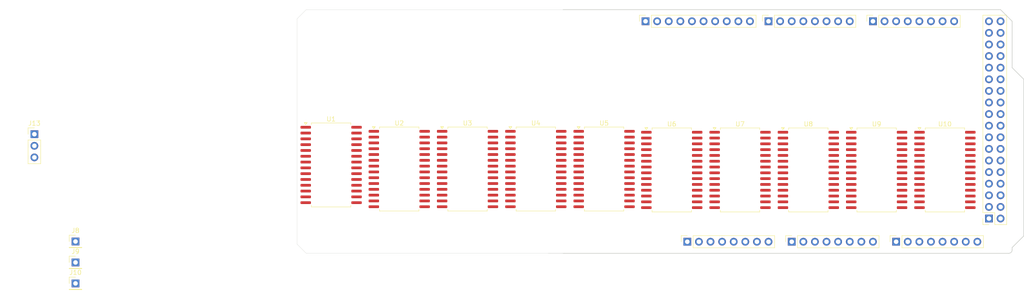
<source format=kicad_pcb>
(kicad_pcb (version 20241229) (generator "pcbnew") (generator_version "9.0")
  (title_block (date "mar. 31 mars 2015"))
  (layers (0 "F.Cu" signal) (2 "B.Cu" signal) (13 "F.Paste" user) (15 "B.Paste" user) (5 "F.SilkS" user "F.Silkscreen") (7 "B.SilkS" user "B.Silkscreen") (1 "F.Mask" user) (3 "B.Mask" user) (25 "Edge.Cuts" user))
  (net 0 "")
  (net 1 "GND")
  (net 2 "/*52")
  (net 3 "/53")
  (net 4 "/50")
  (net 5 "/51")
  (net 6 "/48")
  (net 7 "/49")
  (net 8 "/*46")
  (net 9 "/47")
  (net 10 "/*44")
  (net 11 "/*45")
  (net 12 "/42")
  (net 13 "/43")
  (net 14 "/40")
  (net 15 "/41")
  (net 16 "/38")
  (net 17 "/39")
  (net 18 "/36")
  (net 19 "/37")
  (net 20 "/34")
  (net 21 "/35")
  (net 22 "/32")
  (net 23 "/33")
  (net 24 "/30")
  (net 25 "/31")
  (net 26 "/28")
  (net 27 "/29")
  (net 28 "/26")
  (net 29 "/27")
  (net 30 "/24")
  (net 31 "/25")
  (net 32 "/22")
  (net 33 "/23")
  (net 34 "+5V")
  (net 35 "/IOREF")
  (net 36 "/A0")
  (net 37 "/A1")
  (net 38 "/A2")
  (net 39 "/A3")
  (net 40 "/A4")
  (net 41 "/A5")
  (net 42 "/A6")
  (net 43 "/A7")
  (net 44 "/A8")
  (net 45 "/A9")
  (net 46 "/A10")
  (net 47 "/A11")
  (net 48 "/A12")
  (net 49 "/A13")
  (net 50 "/A14")
  (net 51 "/A15")
  (net 52 "/AREF")
  (net 53 "/*13")
  (net 54 "/*12")
  (net 55 "/*11")
  (net 56 "/*10")
  (net 57 "/*9")
  (net 58 "/*8")
  (net 59 "/*7")
  (net 60 "/*6")
  (net 61 "/*5")
  (net 62 "/*4")
  (net 63 "/*3")
  (net 64 "/*2")
  (net 65 "/TX0{slash}1")
  (net 66 "/RX0{slash}0")
  (net 67 "+3V3")
  (net 68 "/FCW_1")
  (net 69 "/FCW_0")
  (net 70 "/FCW_15")
  (net 71 "/FCW_14")
  (net 72 "/FCW_17")
  (net 73 "/FCW_16")
  (net 74 "/FCW_18")
  (net 75 "/FCW_19")
  (net 76 "VCC")
  (net 77 "/~{RESET}")
  (net 80 "Net-(U1-vld)")
  (net 81 "Net-(U1-outPhase[1])")
  (net 82 "/en")
  (net 83 "Net-(U1-outPhase[0])")
  (net 84 "Net-(U1-outIsNeg)")
  (net 85 "Net-(U2-outIsNeg)")
  (net 86 "Net-(U2-outX[0])")
  (net 87 "Net-(U2-outPhase[1])")
  (net 88 "Net-(U2-outX[1])")
  (net 89 "Net-(U2-outY[1])")
  (net 90 "Net-(U2-vld)")
  (net 91 "Net-(U2-outY[0])")
  (net 92 "Net-(U2-outPhase[0])")
  (net 93 "Net-(U3-outIsNeg)")
  (net 94 "Net-(U3-vld)")
  (net 95 "Net-(U3-outX[1])")
  (net 96 "Net-(U3-outX[0])")
  (net 97 "Net-(U3-outPhase[0])")
  (net 98 "Net-(U3-outY[0])")
  (net 99 "Net-(U3-outY[1])")
  (net 100 "Net-(U3-outPhase[1])")
  (net 101 "Net-(U4-outPhase[0])")
  (net 102 "Net-(U4-outY[0])")
  (net 103 "Net-(U4-outY[1])")
  (net 104 "Net-(U4-outX[0])")
  (net 105 "Net-(U4-outIsNeg)")
  (net 106 "Net-(U4-outPhase[1])")
  (net 107 "Net-(U4-outX[1])")
  (net 108 "Net-(U4-vld)")
  (net 109 "Net-(U5-outPhase[1])")
  (net 110 "Net-(U5-outIsNeg)")
  (net 111 "Net-(U5-outY[0])")
  (net 112 "Net-(U5-vld)")
  (net 113 "Net-(U5-outPhase[0])")
  (net 114 "Net-(U5-outY[1])")
  (net 115 "Net-(U5-outX[1])")
  (net 116 "Net-(U5-outX[0])")
  (net 117 "Net-(U6-outX[1])")
  (net 118 "Net-(U6-outPhase[1])")
  (net 119 "Net-(U6-outPhase[0])")
  (net 120 "Net-(U6-outY[0])")
  (net 121 "Net-(U6-outX[0])")
  (net 122 "Net-(U6-outY[1])")
  (net 123 "Net-(U6-outIsNeg)")
  (net 124 "Net-(U6-vld)")
  (net 125 "Net-(U7-outX[0])")
  (net 126 "Net-(U7-outIsNeg)")
  (net 127 "Net-(U7-outY[1])")
  (net 128 "Net-(U7-outPhase[1])")
  (net 129 "Net-(U7-vld)")
  (net 130 "Net-(U7-outPhase[0])")
  (net 131 "Net-(U7-outY[0])")
  (net 132 "Net-(U7-outX[1])")
  (net 133 "Net-(U8-outPhase[1])")
  (net 134 "Net-(U8-outY[1])")
  (net 135 "Net-(U8-outX[1])")
  (net 136 "Net-(U8-outX[0])")
  (net 137 "Net-(U8-outY[0])")
  (net 138 "Net-(U8-outIsNeg)")
  (net 139 "Net-(U8-vld)")
  (net 140 "Net-(U8-outPhase[0])")
  (net 141 "Net-(U10-inY[1])")
  (net 142 "Net-(U10-inX[1])")
  (net 144 "Net-(U10-inIsNeg)")
  (net 145 "Net-(U10-rdy)")
  (net 146 "Net-(U10-inX[0])")
  (net 147 "Net-(U10-inY[0])")
  (footprint "Connector_PinSocket_2.54mm:PinSocket_2x18_P2.54mm_Vertical" (layer "F.Cu") (at 193.98 92.38 180)
    (property "Reference" "J7" (hide yes))
    (property "Value" "Digital")
    (pad "1" thru_hole rect (at 0 0 180) (size 1.7 1.7) (drill 1) (layers "*.Cu" "*.Mask") (net 1 "GND"))
    (pad "2" thru_hole oval (at -2.54 0 180) (size 1.7 1.7) (drill 1) (layers "*.Cu" "*.Mask") (net 1 "GND"))
    (pad "3" thru_hole oval (at 0 2.54 180) (size 1.7 1.7) (drill 1) (layers "*.Cu" "*.Mask") (net 2 "/*52"))
    (pad "4" thru_hole oval (at -2.54 2.54 180) (size 1.7 1.7) (drill 1) (layers "*.Cu" "*.Mask") (net 3 "/53"))
    (pad "5" thru_hole oval (at 0 5.08 180) (size 1.7 1.7) (drill 1) (layers "*.Cu" "*.Mask") (net 4 "/50"))
    (pad "6" thru_hole oval (at -2.54 5.08 180) (size 1.7 1.7) (drill 1) (layers "*.Cu" "*.Mask") (net 5 "/51"))
    (pad "7" thru_hole oval (at 0 7.62 180) (size 1.7 1.7) (drill 1) (layers "*.Cu" "*.Mask") (net 6 "/48"))
    (pad "8" thru_hole oval (at -2.54 7.62 180) (size 1.7 1.7) (drill 1) (layers "*.Cu" "*.Mask") (net 7 "/49"))
    (pad "9" thru_hole oval (at 0 10.16 180) (size 1.7 1.7) (drill 1) (layers "*.Cu" "*.Mask") (net 8 "/*46"))
    (pad "10" thru_hole oval (at -2.54 10.16 180) (size 1.7 1.7) (drill 1) (layers "*.Cu" "*.Mask") (net 9 "/47"))
    (pad "11" thru_hole oval (at 0 12.7 180) (size 1.7 1.7) (drill 1) (layers "*.Cu" "*.Mask") (net 10 "/*44"))
    (pad "12" thru_hole oval (at -2.54 12.7 180) (size 1.7 1.7) (drill 1) (layers "*.Cu" "*.Mask") (net 11 "/*45"))
    (pad "13" thru_hole oval (at 0 15.24 180) (size 1.7 1.7) (drill 1) (layers "*.Cu" "*.Mask") (net 12 "/42"))
    (pad "14" thru_hole oval (at -2.54 15.24 180) (size 1.7 1.7) (drill 1) (layers "*.Cu" "*.Mask") (net 13 "/43"))
    (pad "15" thru_hole oval (at 0 17.78 180) (size 1.7 1.7) (drill 1) (layers "*.Cu" "*.Mask") (net 14 "/40"))
    (pad "16" thru_hole oval (at -2.54 17.78 180) (size 1.7 1.7) (drill 1) (layers "*.Cu" "*.Mask") (net 15 "/41"))
    (pad "17" thru_hole oval (at 0 20.32 180) (size 1.7 1.7) (drill 1) (layers "*.Cu" "*.Mask") (net 16 "/38"))
    (pad "18" thru_hole oval (at -2.54 20.32 180) (size 1.7 1.7) (drill 1) (layers "*.Cu" "*.Mask") (net 17 "/39"))
    (pad "19" thru_hole oval (at 0 22.86 180) (size 1.7 1.7) (drill 1) (layers "*.Cu" "*.Mask") (net 18 "/36"))
    (pad "20" thru_hole oval (at -2.54 22.86 180) (size 1.7 1.7) (drill 1) (layers "*.Cu" "*.Mask") (net 19 "/37"))
    (pad "21" thru_hole oval (at 0 25.4 180) (size 1.7 1.7) (drill 1) (layers "*.Cu" "*.Mask") (net 20 "/34"))
    (pad "22" thru_hole oval (at -2.54 25.4 180) (size 1.7 1.7) (drill 1) (layers "*.Cu" "*.Mask") (net 21 "/35"))
    (pad "23" thru_hole oval (at 0 27.94 180) (size 1.7 1.7) (drill 1) (layers "*.Cu" "*.Mask") (net 22 "/32"))
    (pad "24" thru_hole oval (at -2.54 27.94 180) (size 1.7 1.7) (drill 1) (layers "*.Cu" "*.Mask") (net 23 "/33"))
    (pad "25" thru_hole oval (at 0 30.48 180) (size 1.7 1.7) (drill 1) (layers "*.Cu" "*.Mask") (net 24 "/30"))
    (pad "26" thru_hole oval (at -2.54 30.48 180) (size 1.7 1.7) (drill 1) (layers "*.Cu" "*.Mask") (net 25 "/31"))
    (pad "27" thru_hole oval (at 0 33.02 180) (size 1.7 1.7) (drill 1) (layers "*.Cu" "*.Mask") (net 26 "/28"))
    (pad "28" thru_hole oval (at -2.54 33.02 180) (size 1.7 1.7) (drill 1) (layers "*.Cu" "*.Mask") (net 27 "/29"))
    (pad "29" thru_hole oval (at 0 35.56 180) (size 1.7 1.7) (drill 1) (layers "*.Cu" "*.Mask") (net 28 "/26"))
    (pad "30" thru_hole oval (at -2.54 35.56 180) (size 1.7 1.7) (drill 1) (layers "*.Cu" "*.Mask") (net 29 "/27"))
    (pad "31" thru_hole oval (at 0 38.1 180) (size 1.7 1.7) (drill 1) (layers "*.Cu" "*.Mask") (net 30 "/24"))
    (pad "32" thru_hole oval (at -2.54 38.1 180) (size 1.7 1.7) (drill 1) (layers "*.Cu" "*.Mask") (net 31 "/25"))
    (pad "33" thru_hole oval (at 0 40.64 180) (size 1.7 1.7) (drill 1) (layers "*.Cu" "*.Mask") (net 32 "/22"))
    (pad "34" thru_hole oval (at -2.54 40.64 180) (size 1.7 1.7) (drill 1) (layers "*.Cu" "*.Mask") (net 33 "/23"))
    (pad "35" thru_hole oval (at 0 43.18 180) (size 1.7 1.7) (drill 1) (layers "*.Cu" "*.Mask") (net 34 "+5V"))
    (pad "36" thru_hole oval (at -2.54 43.18 180) (size 1.7 1.7) (drill 1) (layers "*.Cu" "*.Mask") (net 34 "+5V"))
  )
  (footprint "Connector_PinSocket_2.54mm:PinSocket_1x08_P2.54mm_Vertical" (layer "F.Cu") (at 127.94 97.46 90)
    (property "Reference" "J1" (hide yes))
    (property "Value" "Power")
    (pad "1" thru_hole rect (at 0 0 90) (size 1.7 1.7) (drill 1) (layers "*.Cu" "*.Mask"))
    (pad "2" thru_hole oval (at 0 2.54 90) (size 1.7 1.7) (drill 1) (layers "*.Cu" "*.Mask") (net 35 "/IOREF"))
    (pad "3" thru_hole oval (at 0 5.08 90) (size 1.7 1.7) (drill 1) (layers "*.Cu" "*.Mask") (net 77 "/~{RESET}"))
    (pad "4" thru_hole oval (at 0 7.62 90) (size 1.7 1.7) (drill 1) (layers "*.Cu" "*.Mask") (net 67 "+3V3"))
    (pad "5" thru_hole oval (at 0 10.16 90) (size 1.7 1.7) (drill 1) (layers "*.Cu" "*.Mask") (net 34 "+5V"))
    (pad "6" thru_hole oval (at 0 12.7 90) (size 1.7 1.7) (drill 1) (layers "*.Cu" "*.Mask") (net 1 "GND"))
    (pad "7" thru_hole oval (at 0 15.24 90) (size 1.7 1.7) (drill 1) (layers "*.Cu" "*.Mask") (net 1 "GND"))
    (pad "8" thru_hole oval (at 0 17.78 90) (size 1.7 1.7) (drill 1) (layers "*.Cu" "*.Mask") (net 76 "VCC"))
  )
  (footprint "Connector_PinSocket_2.54mm:PinSocket_1x08_P2.54mm_Vertical" (layer "F.Cu") (at 150.8 97.46 90)
    (property "Reference" "J3" (hide yes))
    (property "Value" "Analog")
    (pad "1" thru_hole rect (at 0 0 90) (size 1.7 1.7) (drill 1) (layers "*.Cu" "*.Mask") (net 36 "/A0"))
    (pad "2" thru_hole oval (at 0 2.54 90) (size 1.7 1.7) (drill 1) (layers "*.Cu" "*.Mask") (net 37 "/A1"))
    (pad "3" thru_hole oval (at 0 5.08 90) (size 1.7 1.7) (drill 1) (layers "*.Cu" "*.Mask") (net 38 "/A2"))
    (pad "4" thru_hole oval (at 0 7.62 90) (size 1.7 1.7) (drill 1) (layers "*.Cu" "*.Mask") (net 39 "/A3"))
    (pad "5" thru_hole oval (at 0 10.16 90) (size 1.7 1.7) (drill 1) (layers "*.Cu" "*.Mask") (net 40 "/A4"))
    (pad "6" thru_hole oval (at 0 12.7 90) (size 1.7 1.7) (drill 1) (layers "*.Cu" "*.Mask") (net 41 "/A5"))
    (pad "7" thru_hole oval (at 0 15.24 90) (size 1.7 1.7) (drill 1) (layers "*.Cu" "*.Mask") (net 42 "/A6"))
    (pad "8" thru_hole oval (at 0 17.78 90) (size 1.7 1.7) (drill 1) (layers "*.Cu" "*.Mask") (net 43 "/A7"))
  )
  (footprint "Connector_PinSocket_2.54mm:PinSocket_1x08_P2.54mm_Vertical" (layer "F.Cu") (at 173.66 97.46 90)
    (property "Reference" "J5" (hide yes))
    (property "Value" "Analog")
    (pad "1" thru_hole rect (at 0 0 90) (size 1.7 1.7) (drill 1) (layers "*.Cu" "*.Mask") (net 44 "/A8"))
    (pad "2" thru_hole oval (at 0 2.54 90) (size 1.7 1.7) (drill 1) (layers "*.Cu" "*.Mask") (net 45 "/A9"))
    (pad "3" thru_hole oval (at 0 5.08 90) (size 1.7 1.7) (drill 1) (layers "*.Cu" "*.Mask") (net 46 "/A10"))
    (pad "4" thru_hole oval (at 0 7.62 90) (size 1.7 1.7) (drill 1) (layers "*.Cu" "*.Mask") (net 47 "/A11"))
    (pad "5" thru_hole oval (at 0 10.16 90) (size 1.7 1.7) (drill 1) (layers "*.Cu" "*.Mask") (net 48 "/A12"))
    (pad "6" thru_hole oval (at 0 12.7 90) (size 1.7 1.7) (drill 1) (layers "*.Cu" "*.Mask") (net 49 "/A13"))
    (pad "7" thru_hole oval (at 0 15.24 90) (size 1.7 1.7) (drill 1) (layers "*.Cu" "*.Mask") (net 50 "/A14"))
    (pad "8" thru_hole oval (at 0 17.78 90) (size 1.7 1.7) (drill 1) (layers "*.Cu" "*.Mask") (net 51 "/A15"))
  )
  (footprint "Connector_PinSocket_2.54mm:PinSocket_1x10_P2.54mm_Vertical" (layer "F.Cu") (at 118.796 49.2 90)
    (property "Reference" "J2" (hide yes))
    (property "Value" "PWM")
    (pad "1" thru_hole rect (at 0 0 90) (size 1.7 1.7) (drill 1) (layers "*.Cu" "*.Mask") (net 69 "/FCW_0"))
    (pad "2" thru_hole oval (at 0 2.54 90) (size 1.7 1.7) (drill 1) (layers "*.Cu" "*.Mask") (net 68 "/FCW_1"))
    (pad "3" thru_hole oval (at 0 5.08 90) (size 1.7 1.7) (drill 1) (layers "*.Cu" "*.Mask") (net 52 "/AREF"))
    (pad "4" thru_hole oval (at 0 7.62 90) (size 1.7 1.7) (drill 1) (layers "*.Cu" "*.Mask") (net 1 "GND"))
    (pad "5" thru_hole oval (at 0 10.16 90) (size 1.7 1.7) (drill 1) (layers "*.Cu" "*.Mask") (net 53 "/*13"))
    (pad "6" thru_hole oval (at 0 12.7 90) (size 1.7 1.7) (drill 1) (layers "*.Cu" "*.Mask") (net 54 "/*12"))
    (pad "7" thru_hole oval (at 0 15.24 90) (size 1.7 1.7) (drill 1) (layers "*.Cu" "*.Mask") (net 55 "/*11"))
    (pad "8" thru_hole oval (at 0 17.78 90) (size 1.7 1.7) (drill 1) (layers "*.Cu" "*.Mask") (net 56 "/*10"))
    (pad "9" thru_hole oval (at 0 20.32 90) (size 1.7 1.7) (drill 1) (layers "*.Cu" "*.Mask") (net 57 "/*9"))
    (pad "10" thru_hole oval (at 0 22.86 90) (size 1.7 1.7) (drill 1) (layers "*.Cu" "*.Mask") (net 58 "/*8"))
  )
  (footprint "Connector_PinSocket_2.54mm:PinSocket_1x08_P2.54mm_Vertical" (layer "F.Cu") (at 145.72 49.2 90)
    (property "Reference" "J4" (hide yes))
    (property "Value" "PWM")
    (pad "1" thru_hole rect (at 0 0 90) (size 1.7 1.7) (drill 1) (layers "*.Cu" "*.Mask") (net 59 "/*7"))
    (pad "2" thru_hole oval (at 0 2.54 90) (size 1.7 1.7) (drill 1) (layers "*.Cu" "*.Mask") (net 60 "/*6"))
    (pad "3" thru_hole oval (at 0 5.08 90) (size 1.7 1.7) (drill 1) (layers "*.Cu" "*.Mask") (net 61 "/*5"))
    (pad "4" thru_hole oval (at 0 7.62 90) (size 1.7 1.7) (drill 1) (layers "*.Cu" "*.Mask") (net 62 "/*4"))
    (pad "5" thru_hole oval (at 0 10.16 90) (size 1.7 1.7) (drill 1) (layers "*.Cu" "*.Mask") (net 63 "/*3"))
    (pad "6" thru_hole oval (at 0 12.7 90) (size 1.7 1.7) (drill 1) (layers "*.Cu" "*.Mask") (net 64 "/*2"))
    (pad "7" thru_hole oval (at 0 15.24 90) (size 1.7 1.7) (drill 1) (layers "*.Cu" "*.Mask") (net 65 "/TX0{slash}1"))
    (pad "8" thru_hole oval (at 0 17.78 90) (size 1.7 1.7) (drill 1) (layers "*.Cu" "*.Mask") (net 66 "/RX0{slash}0"))
  )
  (footprint "Connector_PinSocket_2.54mm:PinSocket_1x08_P2.54mm_Vertical" (layer "F.Cu") (at 168.58 49.2 90)
    (property "Reference" "J6" (hide yes))
    (property "Value" "Communication")
    (pad "1" thru_hole rect (at 0 0 90) (size 1.7 1.7) (drill 1) (layers "*.Cu" "*.Mask") (net 71 "/FCW_14"))
    (pad "2" thru_hole oval (at 0 2.54 90) (size 1.7 1.7) (drill 1) (layers "*.Cu" "*.Mask") (net 70 "/FCW_15"))
    (pad "3" thru_hole oval (at 0 5.08 90) (size 1.7 1.7) (drill 1) (layers "*.Cu" "*.Mask") (net 73 "/FCW_16"))
    (pad "4" thru_hole oval (at 0 7.62 90) (size 1.7 1.7) (drill 1) (layers "*.Cu" "*.Mask") (net 72 "/FCW_17"))
    (pad "5" thru_hole oval (at 0 10.16 90) (size 1.7 1.7) (drill 1) (layers "*.Cu" "*.Mask") (net 74 "/FCW_18"))
    (pad "6" thru_hole oval (at 0 12.7 90) (size 1.7 1.7) (drill 1) (layers "*.Cu" "*.Mask") (net 75 "/FCW_19"))
    (pad "7" thru_hole oval (at 0 15.24 90) (size 1.7 1.7) (drill 1) (layers "*.Cu" "*.Mask") (net 68 "/FCW_1"))
    (pad "8" thru_hole oval (at 0 17.78 90) (size 1.7 1.7) (drill 1) (layers "*.Cu" "*.Mask") (net 69 "/FCW_0"))
  )
  (footprint "Package_SO:SOP-28_8.4x18.16mm_P1.27mm" (layer "F.Cu") (at 109.725 81.545)
    (property "Reference" "U5" (at 0 -10.03 0) (layer "F.SilkS"))
    (property "Value" "cordic_element")
    (pad "1" smd roundrect (at -5.5625 -8.255) (size 2.275 0.6) (layers "F.Cu" "F.Mask" "F.Paste") (net 67 "+3V3"))
    (pad "2" smd roundrect (at -5.5625 -6.985) (size 2.275 0.6) (layers "F.Cu" "F.Mask" "F.Paste") (net 108 "Net-(U4-vld)"))
    (pad "3" smd roundrect (at -5.5625 -5.715) (size 2.275 0.6) (layers "F.Cu" "F.Mask" "F.Paste") (net 105 "Net-(U4-outIsNeg)"))
    (pad "4" smd roundrect (at -5.5625 -4.445) (size 2.275 0.6) (layers "F.Cu" "F.Mask" "F.Paste") (net 106 "Net-(U4-outPhase[1])"))
    (pad "5" smd roundrect (at -5.5625 -3.175) (size 2.275 0.6) (layers "F.Cu" "F.Mask" "F.Paste") (net 101 "Net-(U4-outPhase[0])"))
    (pad "6" smd roundrect (at -5.5625 -1.905) (size 2.275 0.6) (layers "F.Cu" "F.Mask" "F.Paste") (net 1 "GND"))
    (pad "7" smd roundrect (at -5.5625 -0.635) (size 2.275 0.6) (layers "F.Cu" "F.Mask" "F.Paste") (net 32 "/22"))
    (pad "8" smd roundrect (at -5.5625 0.635) (size 2.275 0.6) (layers "F.Cu" "F.Mask" "F.Paste") (net 107 "Net-(U4-outX[1])"))
    (pad "9" smd roundrect (at -5.5625 1.905) (size 2.275 0.6) (layers "F.Cu" "F.Mask" "F.Paste") (net 104 "Net-(U4-outX[0])"))
    (pad "10" smd roundrect (at -5.5625 3.175) (size 2.275 0.6) (layers "F.Cu" "F.Mask" "F.Paste") (net 103 "Net-(U4-outY[1])"))
    (pad "11" smd roundrect (at -5.5625 4.445) (size 2.275 0.6) (layers "F.Cu" "F.Mask" "F.Paste") (net 102 "Net-(U4-outY[0])"))
    (pad "12" smd roundrect (at -5.5625 5.715) (size 2.275 0.6) (layers "F.Cu" "F.Mask" "F.Paste") (net 1 "GND"))
    (pad "13" smd roundrect (at -5.5625 6.985) (size 2.275 0.6) (layers "F.Cu" "F.Mask" "F.Paste") (net 67 "+3V3"))
    (pad "14" smd roundrect (at -5.5625 8.255) (size 2.275 0.6) (layers "F.Cu" "F.Mask" "F.Paste") (net 67 "+3V3"))
    (pad "15" smd roundrect (at 5.5625 8.255) (size 2.275 0.6) (layers "F.Cu" "F.Mask" "F.Paste") (net 1 "GND"))
    (pad "16" smd roundrect (at 5.5625 6.985) (size 2.275 0.6) (layers "F.Cu" "F.Mask" "F.Paste") (net 1 "GND"))
    (pad "17" smd roundrect (at 5.5625 5.715) (size 2.275 0.6) (layers "F.Cu" "F.Mask" "F.Paste") (net 1 "GND"))
    (pad "18" smd roundrect (at 5.5625 4.445) (size 2.275 0.6) (layers "F.Cu" "F.Mask" "F.Paste") (net 111 "Net-(U5-outY[0])"))
    (pad "19" smd roundrect (at 5.5625 3.175) (size 2.275 0.6) (layers "F.Cu" "F.Mask" "F.Paste") (net 114 "Net-(U5-outY[1])"))
    (pad "20" smd roundrect (at 5.5625 1.905) (size 2.275 0.6) (layers "F.Cu" "F.Mask" "F.Paste") (net 116 "Net-(U5-outX[0])"))
    (pad "21" smd roundrect (at 5.5625 0.635) (size 2.275 0.6) (layers "F.Cu" "F.Mask" "F.Paste") (net 115 "Net-(U5-outX[1])"))
    (pad "22" smd roundrect (at 5.5625 -0.635) (size 2.275 0.6) (layers "F.Cu" "F.Mask" "F.Paste") (net 1 "GND"))
    (pad "23" smd roundrect (at 5.5625 -1.905) (size 2.275 0.6) (layers "F.Cu" "F.Mask" "F.Paste") (net 1 "GND"))
    (pad "24" smd roundrect (at 5.5625 -3.175) (size 2.275 0.6) (layers "F.Cu" "F.Mask" "F.Paste") (net 113 "Net-(U5-outPhase[0])"))
    (pad "25" smd roundrect (at 5.5625 -4.445) (size 2.275 0.6) (layers "F.Cu" "F.Mask" "F.Paste") (net 109 "Net-(U5-outPhase[1])"))
    (pad "26" smd roundrect (at 5.5625 -5.715) (size 2.275 0.6) (layers "F.Cu" "F.Mask" "F.Paste") (net 110 "Net-(U5-outIsNeg)"))
    (pad "27" smd roundrect (at 5.5625 -6.985) (size 2.275 0.6) (layers "F.Cu" "F.Mask" "F.Paste") (net 112 "Net-(U5-vld)"))
    (pad "28" smd roundrect (at 5.5625 -8.255) (size 2.275 0.6) (layers "F.Cu" "F.Mask" "F.Paste") (net 1 "GND"))
  )
  (footprint "Package_SO:SOP-28_8.4x18.16mm_P1.27mm" (layer "F.Cu") (at 184.3375 81.745)
    (property "Reference" "U10" (at 0 -10.03 0) (layer "F.SilkS"))
    (property "Value" "output_terminal")
    (pad "1" smd roundrect (at -5.5625 -8.255) (size 2.275 0.6) (layers "F.Cu" "F.Mask" "F.Paste") (net 67 "+3V3"))
    (pad "2" smd roundrect (at -5.5625 -6.985) (size 2.275 0.6) (layers "F.Cu" "F.Mask" "F.Paste") (net 145 "Net-(U10-rdy)"))
    (pad "3" smd roundrect (at -5.5625 -5.715) (size 2.275 0.6) (layers "F.Cu" "F.Mask" "F.Paste") (net 144 "Net-(U10-inIsNeg)"))
    (pad "4" smd roundrect (at -5.5625 -4.445) (size 2.275 0.6) (layers "F.Cu" "F.Mask" "F.Paste") (net 1 "GND"))
    (pad "5" smd roundrect (at -5.5625 -3.175) (size 2.275 0.6) (layers "F.Cu" "F.Mask" "F.Paste") (net 1 "GND"))
    (pad "6" smd roundrect (at -5.5625 -1.905) (size 2.275 0.6) (layers "F.Cu" "F.Mask" "F.Paste") (net 1 "GND"))
    (pad "7" smd roundrect (at -5.5625 -0.635) (size 2.275 0.6) (layers "F.Cu" "F.Mask" "F.Paste") (net 32 "/22"))
    (pad "8" smd roundrect (at -5.5625 0.635) (size 2.275 0.6) (layers "F.Cu" "F.Mask" "F.Paste") (net 142 "Net-(U10-inX[1])"))
    (pad "9" smd roundrect (at -5.5625 1.905) (size 2.275 0.6) (layers "F.Cu" "F.Mask" "F.Paste") (net 146 "Net-(U10-inX[0])"))
    (pad "10" smd roundrect (at -5.5625 3.175) (size 2.275 0.6) (layers "F.Cu" "F.Mask" "F.Paste") (net 141 "Net-(U10-inY[1])"))
    (pad "11" smd roundrect (at -5.5625 4.445) (size 2.275 0.6) (layers "F.Cu" "F.Mask" "F.Paste") (net 147 "Net-(U10-inY[0])"))
    (pad "12" smd roundrect (at -5.5625 5.715) (size 2.275 0.6) (layers "F.Cu" "F.Mask" "F.Paste") (net 28 "/26"))
    (pad "13" smd roundrect (at -5.5625 6.985) (size 2.275 0.6) (layers "F.Cu" "F.Mask" "F.Paste") (net 30 "/24"))
    (pad "14" smd roundrect (at -5.5625 8.255) (size 2.275 0.6) (layers "F.Cu" "F.Mask" "F.Paste") (net 1 "GND"))
    (pad "15" smd roundrect (at 5.5625 8.255) (size 2.275 0.6) (layers "F.Cu" "F.Mask" "F.Paste") (net 2 "/*52"))
    (pad "16" smd roundrect (at 5.5625 6.985) (size 2.275 0.6) (layers "F.Cu" "F.Mask" "F.Paste") (net 4 "/50"))
    (pad "17" smd roundrect (at 5.5625 5.715) (size 2.275 0.6) (layers "F.Cu" "F.Mask" "F.Paste") (net 6 "/48"))
    (pad "18" smd roundrect (at 5.5625 4.445) (size 2.275 0.6) (layers "F.Cu" "F.Mask" "F.Paste") (net 8 "/*46"))
    (pad "19" smd roundrect (at 5.5625 3.175) (size 2.275 0.6) (layers "F.Cu" "F.Mask" "F.Paste") (net 10 "/*44"))
    (pad "20" smd roundrect (at 5.5625 1.905) (size 2.275 0.6) (layers "F.Cu" "F.Mask" "F.Paste") (net 12 "/42"))
    (pad "21" smd roundrect (at 5.5625 0.635) (size 2.275 0.6) (layers "F.Cu" "F.Mask" "F.Paste") (net 14 "/40"))
    (pad "22" smd roundrect (at 5.5625 -0.635) (size 2.275 0.6) (layers "F.Cu" "F.Mask" "F.Paste") (net 16 "/38"))
    (pad "23" smd roundrect (at 5.5625 -1.905) (size 2.275 0.6) (layers "F.Cu" "F.Mask" "F.Paste") (net 18 "/36"))
    (pad "24" smd roundrect (at 5.5625 -3.175) (size 2.275 0.6) (layers "F.Cu" "F.Mask" "F.Paste") (net 20 "/34"))
    (pad "25" smd roundrect (at 5.5625 -4.445) (size 2.275 0.6) (layers "F.Cu" "F.Mask" "F.Paste") (net 22 "/32"))
    (pad "26" smd roundrect (at 5.5625 -5.715) (size 2.275 0.6) (layers "F.Cu" "F.Mask" "F.Paste") (net 24 "/30"))
    (pad "27" smd roundrect (at 5.5625 -6.985) (size 2.275 0.6) (layers "F.Cu" "F.Mask" "F.Paste") (net 26 "/28"))
    (pad "28" smd roundrect (at 5.5625 -8.255) (size 2.275 0.6) (layers "F.Cu" "F.Mask" "F.Paste") (net 1 "GND"))
  )
  (footprint "Package_SO:SOP-28_8.4x18.16mm_P1.27mm" (layer "F.Cu") (at 124.5375 81.745)
    (property "Reference" "U6" (at 0 -10.03 0) (layer "F.SilkS"))
    (property "Value" "cordic_element")
    (pad "1" smd roundrect (at -5.5625 -8.255) (size 2.275 0.6) (layers "F.Cu" "F.Mask" "F.Paste") (net 67 "+3V3"))
    (pad "2" smd roundrect (at -5.5625 -6.985) (size 2.275 0.6) (layers "F.Cu" "F.Mask" "F.Paste") (net 112 "Net-(U5-vld)"))
    (pad "3" smd roundrect (at -5.5625 -5.715) (size 2.275 0.6) (layers "F.Cu" "F.Mask" "F.Paste") (net 110 "Net-(U5-outIsNeg)"))
    (pad "4" smd roundrect (at -5.5625 -4.445) (size 2.275 0.6) (layers "F.Cu" "F.Mask" "F.Paste") (net 109 "Net-(U5-outPhase[1])"))
    (pad "5" smd roundrect (at -5.5625 -3.175) (size 2.275 0.6) (layers "F.Cu" "F.Mask" "F.Paste") (net 113 "Net-(U5-outPhase[0])"))
    (pad "6" smd roundrect (at -5.5625 -1.905) (size 2.275 0.6) (layers "F.Cu" "F.Mask" "F.Paste") (net 1 "GND"))
    (pad "7" smd roundrect (at -5.5625 -0.635) (size 2.275 0.6) (layers "F.Cu" "F.Mask" "F.Paste") (net 32 "/22"))
    (pad "8" smd roundrect (at -5.5625 0.635) (size 2.275 0.6) (layers "F.Cu" "F.Mask" "F.Paste") (net 115 "Net-(U5-outX[1])"))
    (pad "9" smd roundrect (at -5.5625 1.905) (size 2.275 0.6) (layers "F.Cu" "F.Mask" "F.Paste") (net 116 "Net-(U5-outX[0])"))
    (pad "10" smd roundrect (at -5.5625 3.175) (size 2.275 0.6) (layers "F.Cu" "F.Mask" "F.Paste") (net 114 "Net-(U5-outY[1])"))
    (pad "11" smd roundrect (at -5.5625 4.445) (size 2.275 0.6) (layers "F.Cu" "F.Mask" "F.Paste") (net 111 "Net-(U5-outY[0])"))
    (pad "12" smd roundrect (at -5.5625 5.715) (size 2.275 0.6) (layers "F.Cu" "F.Mask" "F.Paste") (net 67 "+3V3"))
    (pad "13" smd roundrect (at -5.5625 6.985) (size 2.275 0.6) (layers "F.Cu" "F.Mask" "F.Paste") (net 1 "GND"))
    (pad "14" smd roundrect (at -5.5625 8.255) (size 2.275 0.6) (layers "F.Cu" "F.Mask" "F.Paste") (net 1 "GND"))
    (pad "15" smd roundrect (at 5.5625 8.255) (size 2.275 0.6) (layers "F.Cu" "F.Mask" "F.Paste") (net 1 "GND"))
    (pad "16" smd roundrect (at 5.5625 6.985) (size 2.275 0.6) (layers "F.Cu" "F.Mask" "F.Paste") (net 1 "GND"))
    (pad "17" smd roundrect (at 5.5625 5.715) (size 2.275 0.6) (layers "F.Cu" "F.Mask" "F.Paste") (net 1 "GND"))
    (pad "18" smd roundrect (at 5.5625 4.445) (size 2.275 0.6) (layers "F.Cu" "F.Mask" "F.Paste") (net 120 "Net-(U6-outY[0])"))
    (pad "19" smd roundrect (at 5.5625 3.175) (size 2.275 0.6) (layers "F.Cu" "F.Mask" "F.Paste") (net 122 "Net-(U6-outY[1])"))
    (pad "20" smd roundrect (at 5.5625 1.905) (size 2.275 0.6) (layers "F.Cu" "F.Mask" "F.Paste") (net 121 "Net-(U6-outX[0])"))
    (pad "21" smd roundrect (at 5.5625 0.635) (size 2.275 0.6) (layers "F.Cu" "F.Mask" "F.Paste") (net 117 "Net-(U6-outX[1])"))
    (pad "22" smd roundrect (at 5.5625 -0.635) (size 2.275 0.6) (layers "F.Cu" "F.Mask" "F.Paste") (net 1 "GND"))
    (pad "23" smd roundrect (at 5.5625 -1.905) (size 2.275 0.6) (layers "F.Cu" "F.Mask" "F.Paste") (net 1 "GND"))
    (pad "24" smd roundrect (at 5.5625 -3.175) (size 2.275 0.6) (layers "F.Cu" "F.Mask" "F.Paste") (net 119 "Net-(U6-outPhase[0])"))
    (pad "25" smd roundrect (at 5.5625 -4.445) (size 2.275 0.6) (layers "F.Cu" "F.Mask" "F.Paste") (net 118 "Net-(U6-outPhase[1])"))
    (pad "26" smd roundrect (at 5.5625 -5.715) (size 2.275 0.6) (layers "F.Cu" "F.Mask" "F.Paste") (net 123 "Net-(U6-outIsNeg)"))
    (pad "27" smd roundrect (at 5.5625 -6.985) (size 2.275 0.6) (layers "F.Cu" "F.Mask" "F.Paste") (net 124 "Net-(U6-vld)"))
    (pad "28" smd roundrect (at 5.5625 -8.255) (size 2.275 0.6) (layers "F.Cu" "F.Mask" "F.Paste") (net 1 "GND"))
  )
  (footprint "Package_SO:SOP-28_8.4x18.16mm_P1.27mm" (layer "F.Cu") (at 79.825 81.545)
    (property "Reference" "U3" (at 0 -10.03 0) (layer "F.SilkS"))
    (property "Value" "cordic_element")
    (pad "1" smd roundrect (at -5.5625 -8.255) (size 2.275 0.6) (layers "F.Cu" "F.Mask" "F.Paste") (net 67 "+3V3"))
    (pad "2" smd roundrect (at -5.5625 -6.985) (size 2.275 0.6) (layers "F.Cu" "F.Mask" "F.Paste") (net 90 "Net-(U2-vld)"))
    (pad "3" smd roundrect (at -5.5625 -5.715) (size 2.275 0.6) (layers "F.Cu" "F.Mask" "F.Paste") (net 85 "Net-(U2-outIsNeg)"))
    (pad "4" smd roundrect (at -5.5625 -4.445) (size 2.275 0.6) (layers "F.Cu" "F.Mask" "F.Paste") (net 87 "Net-(U2-outPhase[1])"))
    (pad "5" smd roundrect (at -5.5625 -3.175) (size 2.275 0.6) (layers "F.Cu" "F.Mask" "F.Paste") (net 92 "Net-(U2-outPhase[0])"))
    (pad "6" smd roundrect (at -5.5625 -1.905) (size 2.275 0.6) (layers "F.Cu" "F.Mask" "F.Paste") (net 1 "GND"))
    (pad "7" smd roundrect (at -5.5625 -0.635) (size 2.275 0.6) (layers "F.Cu" "F.Mask" "F.Paste") (net 32 "/22"))
    (pad "8" smd roundrect (at -5.5625 0.635) (size 2.275 0.6) (layers "F.Cu" "F.Mask" "F.Paste") (net 88 "Net-(U2-outX[1])"))
    (pad "9" smd roundrect (at -5.5625 1.905) (size 2.275 0.6) (layers "F.Cu" "F.Mask" "F.Paste") (net 86 "Net-(U2-outX[0])"))
    (pad "10" smd roundrect (at -5.5625 3.175) (size 2.275 0.6) (layers "F.Cu" "F.Mask" "F.Paste") (net 89 "Net-(U2-outY[1])"))
    (pad "11" smd roundrect (at -5.5625 4.445) (size 2.275 0.6) (layers "F.Cu" "F.Mask" "F.Paste") (net 91 "Net-(U2-outY[0])"))
    (pad "12" smd roundrect (at -5.5625 5.715) (size 2.275 0.6) (layers "F.Cu" "F.Mask" "F.Paste") (net 1 "GND"))
    (pad "13" smd roundrect (at -5.5625 6.985) (size 2.275 0.6) (layers "F.Cu" "F.Mask" "F.Paste") (net 1 "GND"))
    (pad "14" smd roundrect (at -5.5625 8.255) (size 2.275 0.6) (layers "F.Cu" "F.Mask" "F.Paste") (net 67 "+3V3"))
    (pad "15" smd roundrect (at 5.5625 8.255) (size 2.275 0.6) (layers "F.Cu" "F.Mask" "F.Paste") (net 1 "GND"))
    (pad "16" smd roundrect (at 5.5625 6.985) (size 2.275 0.6) (layers "F.Cu" "F.Mask" "F.Paste") (net 1 "GND"))
    (pad "17" smd roundrect (at 5.5625 5.715) (size 2.275 0.6) (layers "F.Cu" "F.Mask" "F.Paste") (net 1 "GND"))
    (pad "18" smd roundrect (at 5.5625 4.445) (size 2.275 0.6) (layers "F.Cu" "F.Mask" "F.Paste") (net 98 "Net-(U3-outY[0])"))
    (pad "19" smd roundrect (at 5.5625 3.175) (size 2.275 0.6) (layers "F.Cu" "F.Mask" "F.Paste") (net 99 "Net-(U3-outY[1])"))
    (pad "20" smd roundrect (at 5.5625 1.905) (size 2.275 0.6) (layers "F.Cu" "F.Mask" "F.Paste") (net 96 "Net-(U3-outX[0])"))
    (pad "21" smd roundrect (at 5.5625 0.635) (size 2.275 0.6) (layers "F.Cu" "F.Mask" "F.Paste") (net 95 "Net-(U3-outX[1])"))
    (pad "22" smd roundrect (at 5.5625 -0.635) (size 2.275 0.6) (layers "F.Cu" "F.Mask" "F.Paste") (net 1 "GND"))
    (pad "23" smd roundrect (at 5.5625 -1.905) (size 2.275 0.6) (layers "F.Cu" "F.Mask" "F.Paste") (net 1 "GND"))
    (pad "24" smd roundrect (at 5.5625 -3.175) (size 2.275 0.6) (layers "F.Cu" "F.Mask" "F.Paste") (net 97 "Net-(U3-outPhase[0])"))
    (pad "25" smd roundrect (at 5.5625 -4.445) (size 2.275 0.6) (layers "F.Cu" "F.Mask" "F.Paste") (net 100 "Net-(U3-outPhase[1])"))
    (pad "26" smd roundrect (at 5.5625 -5.715) (size 2.275 0.6) (layers "F.Cu" "F.Mask" "F.Paste") (net 93 "Net-(U3-outIsNeg)"))
    (pad "27" smd roundrect (at 5.5625 -6.985) (size 2.275 0.6) (layers "F.Cu" "F.Mask" "F.Paste") (net 94 "Net-(U3-vld)"))
    (pad "28" smd roundrect (at 5.5625 -8.255) (size 2.275 0.6) (layers "F.Cu" "F.Mask" "F.Paste") (net 1 "GND"))
  )
  (footprint "Arduino_MountingHole:MountingHole_3.2mm" (layer "F.Cu") (at 196.52 97.46)
    (property "Reference" "MH6" (hide yes))
    (property "Value" "MountingHole_3.2mm" (hide yes))
    (pad "" np_thru_hole circle (at 0 0) (size 3.2 3.2) (drill 3.2) (layers "*.Cu" "*.Mask"))
  )
  (footprint "Package_SO:SOP-28_8.4x18.16mm_P1.27mm" (layer "F.Cu") (at 94.775 81.545)
    (property "Reference" "U4" (at 0 -10.03 0) (layer "F.SilkS"))
    (property "Value" "cordic_element")
    (pad "1" smd roundrect (at -5.5625 -8.255) (size 2.275 0.6) (layers "F.Cu" "F.Mask" "F.Paste") (net 67 "+3V3"))
    (pad "2" smd roundrect (at -5.5625 -6.985) (size 2.275 0.6) (layers "F.Cu" "F.Mask" "F.Paste") (net 94 "Net-(U3-vld)"))
    (pad "3" smd roundrect (at -5.5625 -5.715) (size 2.275 0.6) (layers "F.Cu" "F.Mask" "F.Paste") (net 93 "Net-(U3-outIsNeg)"))
    (pad "4" smd roundrect (at -5.5625 -4.445) (size 2.275 0.6) (layers "F.Cu" "F.Mask" "F.Paste") (net 100 "Net-(U3-outPhase[1])"))
    (pad "5" smd roundrect (at -5.5625 -3.175) (size 2.275 0.6) (layers "F.Cu" "F.Mask" "F.Paste") (net 97 "Net-(U3-outPhase[0])"))
    (pad "6" smd roundrect (at -5.5625 -1.905) (size 2.275 0.6) (layers "F.Cu" "F.Mask" "F.Paste") (net 1 "GND"))
    (pad "7" smd roundrect (at -5.5625 -0.635) (size 2.275 0.6) (layers "F.Cu" "F.Mask" "F.Paste") (net 32 "/22"))
    (pad "8" smd roundrect (at -5.5625 0.635) (size 2.275 0.6) (layers "F.Cu" "F.Mask" "F.Paste") (net 95 "Net-(U3-outX[1])"))
    (pad "9" smd roundrect (at -5.5625 1.905) (size 2.275 0.6) (layers "F.Cu" "F.Mask" "F.Paste") (net 96 "Net-(U3-outX[0])"))
    (pad "10" smd roundrect (at -5.5625 3.175) (size 2.275 0.6) (layers "F.Cu" "F.Mask" "F.Paste") (net 99 "Net-(U3-outY[1])"))
    (pad "11" smd roundrect (at -5.5625 4.445) (size 2.275 0.6) (layers "F.Cu" "F.Mask" "F.Paste") (net 98 "Net-(U3-outY[0])"))
    (pad "12" smd roundrect (at -5.5625 5.715) (size 2.275 0.6) (layers "F.Cu" "F.Mask" "F.Paste") (net 1 "GND"))
    (pad "13" smd roundrect (at -5.5625 6.985) (size 2.275 0.6) (layers "F.Cu" "F.Mask" "F.Paste") (net 67 "+3V3"))
    (pad "14" smd roundrect (at -5.5625 8.255) (size 2.275 0.6) (layers "F.Cu" "F.Mask" "F.Paste") (net 1 "GND"))
    (pad "15" smd roundrect (at 5.5625 8.255) (size 2.275 0.6) (layers "F.Cu" "F.Mask" "F.Paste") (net 1 "GND"))
    (pad "16" smd roundrect (at 5.5625 6.985) (size 2.275 0.6) (layers "F.Cu" "F.Mask" "F.Paste") (net 1 "GND"))
    (pad "17" smd roundrect (at 5.5625 5.715) (size 2.275 0.6) (layers "F.Cu" "F.Mask" "F.Paste") (net 1 "GND"))
    (pad "18" smd roundrect (at 5.5625 4.445) (size 2.275 0.6) (layers "F.Cu" "F.Mask" "F.Paste") (net 102 "Net-(U4-outY[0])"))
    (pad "19" smd roundrect (at 5.5625 3.175) (size 2.275 0.6) (layers "F.Cu" "F.Mask" "F.Paste") (net 103 "Net-(U4-outY[1])"))
    (pad "20" smd roundrect (at 5.5625 1.905) (size 2.275 0.6) (layers "F.Cu" "F.Mask" "F.Paste") (net 104 "Net-(U4-outX[0])"))
    (pad "21" smd roundrect (at 5.5625 0.635) (size 2.275 0.6) (layers "F.Cu" "F.Mask" "F.Paste") (net 107 "Net-(U4-outX[1])"))
    (pad "22" smd roundrect (at 5.5625 -0.635) (size 2.275 0.6) (layers "F.Cu" "F.Mask" "F.Paste") (net 1 "GND"))
    (pad "23" smd roundrect (at 5.5625 -1.905) (size 2.275 0.6) (layers "F.Cu" "F.Mask" "F.Paste") (net 1 "GND"))
    (pad "24" smd roundrect (at 5.5625 -3.175) (size 2.275 0.6) (layers "F.Cu" "F.Mask" "F.Paste") (net 101 "Net-(U4-outPhase[0])"))
    (pad "25" smd roundrect (at 5.5625 -4.445) (size 2.275 0.6) (layers "F.Cu" "F.Mask" "F.Paste") (net 106 "Net-(U4-outPhase[1])"))
    (pad "26" smd roundrect (at 5.5625 -5.715) (size 2.275 0.6) (layers "F.Cu" "F.Mask" "F.Paste") (net 105 "Net-(U4-outIsNeg)"))
    (pad "27" smd roundrect (at 5.5625 -6.985) (size 2.275 0.6) (layers "F.Cu" "F.Mask" "F.Paste") (net 108 "Net-(U4-vld)"))
    (pad "28" smd roundrect (at 5.5625 -8.255) (size 2.275 0.6) (layers "F.Cu" "F.Mask" "F.Paste") (net 1 "GND"))
  )
  (footprint "Connector_PinHeader_2.54mm:PinHeader_1x01_P2.54mm_Vertical" (layer "F.Cu") (at -6 102)
    (property "Reference" "J9" (at 0 -2.38 0) (layer "F.SilkS"))
    (property "Value" "Conn_01x01_Socket")
    (pad "1" thru_hole rect (at 0 0) (size 1.7 1.7) (drill 1) (layers "*.Cu" "*.Mask") (net 1 "GND"))
  )
  (footprint "Package_SO:SOP-28_8.4x18.16mm_P1.27mm" (layer "F.Cu") (at 169.3875 81.745)
    (property "Reference" "U9" (at 0 -10.03 0) (layer "F.SilkS"))
    (property "Value" "cordic_element")
    (pad "1" smd roundrect (at -5.5625 -8.255) (size 2.275 0.6) (layers "F.Cu" "F.Mask" "F.Paste") (net 67 "+3V3"))
    (pad "2" smd roundrect (at -5.5625 -6.985) (size 2.275 0.6) (layers "F.Cu" "F.Mask" "F.Paste") (net 139 "Net-(U8-vld)"))
    (pad "3" smd roundrect (at -5.5625 -5.715) (size 2.275 0.6) (layers "F.Cu" "F.Mask" "F.Paste") (net 138 "Net-(U8-outIsNeg)"))
    (pad "4" smd roundrect (at -5.5625 -4.445) (size 2.275 0.6) (layers "F.Cu" "F.Mask" "F.Paste") (net 133 "Net-(U8-outPhase[1])"))
    (pad "5" smd roundrect (at -5.5625 -3.175) (size 2.275 0.6) (layers "F.Cu" "F.Mask" "F.Paste") (net 140 "Net-(U8-outPhase[0])"))
    (pad "6" smd roundrect (at -5.5625 -1.905) (size 2.275 0.6) (layers "F.Cu" "F.Mask" "F.Paste") (net 1 "GND"))
    (pad "7" smd roundrect (at -5.5625 -0.635) (size 2.275 0.6) (layers "F.Cu" "F.Mask" "F.Paste") (net 32 "/22"))
    (pad "8" smd roundrect (at -5.5625 0.635) (size 2.275 0.6) (layers "F.Cu" "F.Mask" "F.Paste") (net 135 "Net-(U8-outX[1])"))
    (pad "9" smd roundrect (at -5.5625 1.905) (size 2.275 0.6) (layers "F.Cu" "F.Mask" "F.Paste") (net 136 "Net-(U8-outX[0])"))
    (pad "10" smd roundrect (at -5.5625 3.175) (size 2.275 0.6) (layers "F.Cu" "F.Mask" "F.Paste") (net 134 "Net-(U8-outY[1])"))
    (pad "11" smd roundrect (at -5.5625 4.445) (size 2.275 0.6) (layers "F.Cu" "F.Mask" "F.Paste") (net 137 "Net-(U8-outY[0])"))
    (pad "12" smd roundrect (at -5.5625 5.715) (size 2.275 0.6) (layers "F.Cu" "F.Mask" "F.Paste") (net 67 "+3V3"))
    (pad "13" smd roundrect (at -5.5625 6.985) (size 2.275 0.6) (layers "F.Cu" "F.Mask" "F.Paste") (net 67 "+3V3"))
    (pad "14" smd roundrect (at -5.5625 8.255) (size 2.275 0.6) (layers "F.Cu" "F.Mask" "F.Paste") (net 67 "+3V3"))
    (pad "15" smd roundrect (at 5.5625 8.255) (size 2.275 0.6) (layers "F.Cu" "F.Mask" "F.Paste") (net 1 "GND"))
    (pad "16" smd roundrect (at 5.5625 6.985) (size 2.275 0.6) (layers "F.Cu" "F.Mask" "F.Paste") (net 1 "GND"))
    (pad "17" smd roundrect (at 5.5625 5.715) (size 2.275 0.6) (layers "F.Cu" "F.Mask" "F.Paste") (net 1 "GND"))
    (pad "18" smd roundrect (at 5.5625 4.445) (size 2.275 0.6) (layers "F.Cu" "F.Mask" "F.Paste") (net 147 "Net-(U10-inY[0])"))
    (pad "19" smd roundrect (at 5.5625 3.175) (size 2.275 0.6) (layers "F.Cu" "F.Mask" "F.Paste") (net 141 "Net-(U10-inY[1])"))
    (pad "20" smd roundrect (at 5.5625 1.905) (size 2.275 0.6) (layers "F.Cu" "F.Mask" "F.Paste") (net 146 "Net-(U10-inX[0])"))
    (pad "21" smd roundrect (at 5.5625 0.635) (size 2.275 0.6) (layers "F.Cu" "F.Mask" "F.Paste") (net 142 "Net-(U10-inX[1])"))
    (pad "22" smd roundrect (at 5.5625 -0.635) (size 2.275 0.6) (layers "F.Cu" "F.Mask" "F.Paste") (net 1 "GND"))
    (pad "23" smd roundrect (at 5.5625 -1.905) (size 2.275 0.6) (layers "F.Cu" "F.Mask" "F.Paste") (net 1 "GND"))
    (pad "24" smd roundrect (at 5.5625 -3.175) (size 2.275 0.6) (layers "F.Cu" "F.Mask" "F.Paste"))
    (pad "25" smd roundrect (at 5.5625 -4.445) (size 2.275 0.6) (layers "F.Cu" "F.Mask" "F.Paste"))
    (pad "26" smd roundrect (at 5.5625 -5.715) (size 2.275 0.6) (layers "F.Cu" "F.Mask" "F.Paste") (net 144 "Net-(U10-inIsNeg)"))
    (pad "27" smd roundrect (at 5.5625 -6.985) (size 2.275 0.6) (layers "F.Cu" "F.Mask" "F.Paste") (net 145 "Net-(U10-rdy)"))
    (pad "28" smd roundrect (at 5.5625 -8.255) (size 2.275 0.6) (layers "F.Cu" "F.Mask" "F.Paste") (net 1 "GND"))
  )
  (footprint "Arduino_MountingHole:MountingHole_3.2mm" (layer "F.Cu") (at 115.24 49.2)
    (property "Reference" "MH1" (hide yes))
    (property "Value" "MountingHole_3.2mm" (hide yes))
    (pad "" np_thru_hole circle (at 0 0) (size 3.2 3.2) (drill 3.2) (layers "*.Cu" "*.Mask"))
  )
  (footprint "Package_SO:SOP-28_8.4x18.16mm_P1.27mm" (layer "F.Cu") (at 139.4875 81.745)
    (property "Reference" "U7" (at 0 -10.03 0) (layer "F.SilkS"))
    (property "Value" "cordic_element")
    (pad "1" smd roundrect (at -5.5625 -8.255) (size 2.275 0.6) (layers "F.Cu" "F.Mask" "F.Paste") (net 67 "+3V3"))
    (pad "2" smd roundrect (at -5.5625 -6.985) (size 2.275 0.6) (layers "F.Cu" "F.Mask" "F.Paste") (net 124 "Net-(U6-vld)"))
    (pad "3" smd roundrect (at -5.5625 -5.715) (size 2.275 0.6) (layers "F.Cu" "F.Mask" "F.Paste") (net 123 "Net-(U6-outIsNeg)"))
    (pad "4" smd roundrect (at -5.5625 -4.445) (size 2.275 0.6) (layers "F.Cu" "F.Mask" "F.Paste") (net 118 "Net-(U6-outPhase[1])"))
    (pad "5" smd roundrect (at -5.5625 -3.175) (size 2.275 0.6) (layers "F.Cu" "F.Mask" "F.Paste") (net 119 "Net-(U6-outPhase[0])"))
    (pad "6" smd roundrect (at -5.5625 -1.905) (size 2.275 0.6) (layers "F.Cu" "F.Mask" "F.Paste") (net 1 "GND"))
    (pad "7" smd roundrect (at -5.5625 -0.635) (size 2.275 0.6) (layers "F.Cu" "F.Mask" "F.Paste") (net 32 "/22"))
    (pad "8" smd roundrect (at -5.5625 0.635) (size 2.275 0.6) (layers "F.Cu" "F.Mask" "F.Paste") (net 117 "Net-(U6-outX[1])"))
    (pad "9" smd roundrect (at -5.5625 1.905) (size 2.275 0.6) (layers "F.Cu" "F.Mask" "F.Paste") (net 121 "Net-(U6-outX[0])"))
    (pad "10" smd roundrect (at -5.5625 3.175) (size 2.275 0.6) (layers "F.Cu" "F.Mask" "F.Paste") (net 122 "Net-(U6-outY[1])"))
    (pad "11" smd roundrect (at -5.5625 4.445) (size 2.275 0.6) (layers "F.Cu" "F.Mask" "F.Paste") (net 120 "Net-(U6-outY[0])"))
    (pad "12" smd roundrect (at -5.5625 5.715) (size 2.275 0.6) (layers "F.Cu" "F.Mask" "F.Paste") (net 67 "+3V3"))
    (pad "13" smd roundrect (at -5.5625 6.985) (size 2.275 0.6) (layers "F.Cu" "F.Mask" "F.Paste") (net 1 "GND"))
    (pad "14" smd roundrect (at -5.5625 8.255) (size 2.275 0.6) (layers "F.Cu" "F.Mask" "F.Paste") (net 67 "+3V3"))
    (pad "15" smd roundrect (at 5.5625 8.255) (size 2.275 0.6) (layers "F.Cu" "F.Mask" "F.Paste") (net 1 "GND"))
    (pad "16" smd roundrect (at 5.5625 6.985) (size 2.275 0.6) (layers "F.Cu" "F.Mask" "F.Paste") (net 1 "GND"))
    (pad "17" smd roundrect (at 5.5625 5.715) (size 2.275 0.6) (layers "F.Cu" "F.Mask" "F.Paste") (net 1 "GND"))
    (pad "18" smd roundrect (at 5.5625 4.445) (size 2.275 0.6) (layers "F.Cu" "F.Mask" "F.Paste") (net 131 "Net-(U7-outY[0])"))
    (pad "19" smd roundrect (at 5.5625 3.175) (size 2.275 0.6) (layers "F.Cu" "F.Mask" "F.Paste") (net 127 "Net-(U7-outY[1])"))
    (pad "20" smd roundrect (at 5.5625 1.905) (size 2.275 0.6) (layers "F.Cu" "F.Mask" "F.Paste") (net 125 "Net-(U7-outX[0])"))
    (pad "21" smd roundrect (at 5.5625 0.635) (size 2.275 0.6) (layers "F.Cu" "F.Mask" "F.Paste") (net 132 "Net-(U7-outX[1])"))
    (pad "22" smd roundrect (at 5.5625 -0.635) (size 2.275 0.6) (layers "F.Cu" "F.Mask" "F.Paste") (net 1 "GND"))
    (pad "23" smd roundrect (at 5.5625 -1.905) (size 2.275 0.6) (layers "F.Cu" "F.Mask" "F.Paste") (net 1 "GND"))
    (pad "24" smd roundrect (at 5.5625 -3.175) (size 2.275 0.6) (layers "F.Cu" "F.Mask" "F.Paste") (net 130 "Net-(U7-outPhase[0])"))
    (pad "25" smd roundrect (at 5.5625 -4.445) (size 2.275 0.6) (layers "F.Cu" "F.Mask" "F.Paste") (net 128 "Net-(U7-outPhase[1])"))
    (pad "26" smd roundrect (at 5.5625 -5.715) (size 2.275 0.6) (layers "F.Cu" "F.Mask" "F.Paste") (net 126 "Net-(U7-outIsNeg)"))
    (pad "27" smd roundrect (at 5.5625 -6.985) (size 2.275 0.6) (layers "F.Cu" "F.Mask" "F.Paste") (net 129 "Net-(U7-vld)"))
    (pad "28" smd roundrect (at 5.5625 -8.255) (size 2.275 0.6) (layers "F.Cu" "F.Mask" "F.Paste") (net 1 "GND"))
  )
  (footprint "Connector_PinHeader_2.54mm:PinHeader_1x01_P2.54mm_Vertical" (layer "F.Cu") (at -6 106.59)
    (property "Reference" "J10" (at 0 -2.38 0) (layer "F.SilkS"))
    (property "Value" "Conn_01x01_Socket")
    (pad "1" thru_hole rect (at 0 0) (size 1.7 1.7) (drill 1) (layers "*.Cu" "*.Mask"))
  )
  (footprint "Package_SO:SOP-28_8.4x18.16mm_P1.27mm" (layer "F.Cu") (at 49.9625 80.655)
    (property "Reference" "U1" (at 0 -10.03 0) (layer "F.SilkS"))
    (property "Value" "phase_accumulator")
    (pad "1" smd roundrect (at -5.5625 -8.255) (size 2.275 0.6) (layers "F.Cu" "F.Mask" "F.Paste") (net 67 "+3V3"))
    (pad "2" smd roundrect (at -5.5625 -6.985) (size 2.275 0.6) (layers "F.Cu" "F.Mask" "F.Paste") (net 32 "/22"))
    (pad "3" smd roundrect (at -5.5625 -5.715) (size 2.275 0.6) (layers "F.Cu" "F.Mask" "F.Paste") (net 82 "/en"))
    (pad "4" smd roundrect (at -5.5625 -4.445) (size 2.275 0.6) (layers "F.Cu" "F.Mask" "F.Paste") (net 69 "/FCW_0"))
    (pad "5" smd roundrect (at -5.5625 -3.175) (size 2.275 0.6) (layers "F.Cu" "F.Mask" "F.Paste") (net 68 "/FCW_1"))
    (pad "6" smd roundrect (at -5.5625 -1.905) (size 2.275 0.6) (layers "F.Cu" "F.Mask" "F.Paste") (net 53 "/*13"))
    (pad "7" smd roundrect (at -5.5625 -0.635) (size 2.275 0.6) (layers "F.Cu" "F.Mask" "F.Paste") (net 54 "/*12"))
    (pad "8" smd roundrect (at -5.5625 0.635) (size 2.275 0.6) (layers "F.Cu" "F.Mask" "F.Paste") (net 55 "/*11"))
    (pad "9" smd roundrect (at -5.5625 1.905) (size 2.275 0.6) (layers "F.Cu" "F.Mask" "F.Paste") (net 56 "/*10"))
    (pad "10" smd roundrect (at -5.5625 3.175) (size 2.275 0.6) (layers "F.Cu" "F.Mask" "F.Paste") (net 57 "/*9"))
    (pad "11" smd roundrect (at -5.5625 4.445) (size 2.275 0.6) (layers "F.Cu" "F.Mask" "F.Paste") (net 58 "/*8"))
    (pad "12" smd roundrect (at -5.5625 5.715) (size 2.275 0.6) (layers "F.Cu" "F.Mask" "F.Paste") (net 59 "/*7"))
    (pad "13" smd roundrect (at -5.5625 6.985) (size 2.275 0.6) (layers "F.Cu" "F.Mask" "F.Paste") (net 60 "/*6"))
    (pad "14" smd roundrect (at -5.5625 8.255) (size 2.275 0.6) (layers "F.Cu" "F.Mask" "F.Paste") (net 61 "/*5"))
    (pad "15" smd roundrect (at 5.5625 8.255) (size 2.275 0.6) (layers "F.Cu" "F.Mask" "F.Paste") (net 62 "/*4"))
    (pad "16" smd roundrect (at 5.5625 6.985) (size 2.275 0.6) (layers "F.Cu" "F.Mask" "F.Paste") (net 63 "/*3"))
    (pad "17" smd roundrect (at 5.5625 5.715) (size 2.275 0.6) (layers "F.Cu" "F.Mask" "F.Paste") (net 64 "/*2"))
    (pad "18" smd roundrect (at 5.5625 4.445) (size 2.275 0.6) (layers "F.Cu" "F.Mask" "F.Paste") (net 71 "/FCW_14"))
    (pad "19" smd roundrect (at 5.5625 3.175) (size 2.275 0.6) (layers "F.Cu" "F.Mask" "F.Paste") (net 70 "/FCW_15"))
    (pad "20" smd roundrect (at 5.5625 1.905) (size 2.275 0.6) (layers "F.Cu" "F.Mask" "F.Paste") (net 73 "/FCW_16"))
    (pad "21" smd roundrect (at 5.5625 0.635) (size 2.275 0.6) (layers "F.Cu" "F.Mask" "F.Paste") (net 72 "/FCW_17"))
    (pad "22" smd roundrect (at 5.5625 -0.635) (size 2.275 0.6) (layers "F.Cu" "F.Mask" "F.Paste") (net 74 "/FCW_18"))
    (pad "23" smd roundrect (at 5.5625 -1.905) (size 2.275 0.6) (layers "F.Cu" "F.Mask" "F.Paste") (net 75 "/FCW_19"))
    (pad "24" smd roundrect (at 5.5625 -3.175) (size 2.275 0.6) (layers "F.Cu" "F.Mask" "F.Paste") (net 83 "Net-(U1-outPhase[0])"))
    (pad "25" smd roundrect (at 5.5625 -4.445) (size 2.275 0.6) (layers "F.Cu" "F.Mask" "F.Paste") (net 81 "Net-(U1-outPhase[1])"))
    (pad "26" smd roundrect (at 5.5625 -5.715) (size 2.275 0.6) (layers "F.Cu" "F.Mask" "F.Paste") (net 84 "Net-(U1-outIsNeg)"))
    (pad "27" smd roundrect (at 5.5625 -6.985) (size 2.275 0.6) (layers "F.Cu" "F.Mask" "F.Paste") (net 80 "Net-(U1-vld)"))
    (pad "28" smd roundrect (at 5.5625 -8.255) (size 2.275 0.6) (layers "F.Cu" "F.Mask" "F.Paste") (net 1 "GND"))
  )
  (footprint "Connector_PinHeader_2.54mm:PinHeader_1x01_P2.54mm_Vertical" (layer "F.Cu") (at -6 97.41)
    (property "Reference" "J8" (at 0 -2.38 0) (layer "F.SilkS"))
    (property "Value" "Conn_01x01_Socket")
    (pad "1" thru_hole rect (at 0 0) (size 1.7 1.7) (drill 1) (layers "*.Cu" "*.Mask") (net 32 "/22"))
  )
  (footprint "Connector_PinHeader_2.54mm:PinHeader_1x03_P2.54mm_Vertical" (layer "F.Cu") (at -15 73.92)
    (property "Reference" "J13" (at 0 -2.38 0) (layer "F.SilkS"))
    (property "Value" "Conn_01x03_Socket")
    (pad "1" thru_hole rect (at 0 0) (size 1.7 1.7) (drill 1) (layers "*.Cu" "*.Mask") (net 67 "+3V3"))
    (pad "2" thru_hole circle (at 0 2.54) (size 1.7 1.7) (drill 1) (layers "*.Cu" "*.Mask") (net 67 "+3V3"))
    (pad "3" thru_hole circle (at 0 5.08) (size 1.7 1.7) (drill 1) (layers "*.Cu" "*.Mask") (net 34 "+5V"))
  )
  (footprint "Package_SO:SOP-28_8.4x18.16mm_P1.27mm" (layer "F.Cu") (at 154.4375 81.745)
    (property "Reference" "U8" (at 0 -10.03 0) (layer "F.SilkS"))
    (property "Value" "cordic_element")
    (pad "1" smd roundrect (at -5.5625 -8.255) (size 2.275 0.6) (layers "F.Cu" "F.Mask" "F.Paste") (net 67 "+3V3"))
    (pad "2" smd roundrect (at -5.5625 -6.985) (size 2.275 0.6) (layers "F.Cu" "F.Mask" "F.Paste") (net 129 "Net-(U7-vld)"))
    (pad "3" smd roundrect (at -5.5625 -5.715) (size 2.275 0.6) (layers "F.Cu" "F.Mask" "F.Paste") (net 126 "Net-(U7-outIsNeg)"))
    (pad "4" smd roundrect (at -5.5625 -4.445) (size 2.275 0.6) (layers "F.Cu" "F.Mask" "F.Paste") (net 128 "Net-(U7-outPhase[1])"))
    (pad "5" smd roundrect (at -5.5625 -3.175) (size 2.275 0.6) (layers "F.Cu" "F.Mask" "F.Paste") (net 130 "Net-(U7-outPhase[0])"))
    (pad "6" smd roundrect (at -5.5625 -1.905) (size 2.275 0.6) (layers "F.Cu" "F.Mask" "F.Paste") (net 1 "GND"))
    (pad "7" smd roundrect (at -5.5625 -0.635) (size 2.275 0.6) (layers "F.Cu" "F.Mask" "F.Paste") (net 32 "/22"))
    (pad "8" smd roundrect (at -5.5625 0.635) (size 2.275 0.6) (layers "F.Cu" "F.Mask" "F.Paste") (net 132 "Net-(U7-outX[1])"))
    (pad "9" smd roundrect (at -5.5625 1.905) (size 2.275 0.6) (layers "F.Cu" "F.Mask" "F.Paste") (net 125 "Net-(U7-outX[0])"))
    (pad "10" smd roundrect (at -5.5625 3.175) (size 2.275 0.6) (layers "F.Cu" "F.Mask" "F.Paste") (net 127 "Net-(U7-outY[1])"))
    (pad "11" smd roundrect (at -5.5625 4.445) (size 2.275 0.6) (layers "F.Cu" "F.Mask" "F.Paste") (net 131 "Net-(U7-outY[0])"))
    (pad "12" smd roundrect (at -5.5625 5.715) (size 2.275 0.6) (layers "F.Cu" "F.Mask" "F.Paste") (net 67 "+3V3"))
    (pad "13" smd roundrect (at -5.5625 6.985) (size 2.275 0.6) (layers "F.Cu" "F.Mask" "F.Paste") (net 67 "+3V3"))
    (pad "14" smd roundrect (at -5.5625 8.255) (size 2.275 0.6) (layers "F.Cu" "F.Mask" "F.Paste") (net 1 "GND"))
    (pad "15" smd roundrect (at 5.5625 8.255) (size 2.275 0.6) (layers "F.Cu" "F.Mask" "F.Paste") (net 1 "GND"))
    (pad "16" smd roundrect (at 5.5625 6.985) (size 2.275 0.6) (layers "F.Cu" "F.Mask" "F.Paste") (net 1 "GND"))
    (pad "17" smd roundrect (at 5.5625 5.715) (size 2.275 0.6) (layers "F.Cu" "F.Mask" "F.Paste") (net 1 "GND"))
    (pad "18" smd roundrect (at 5.5625 4.445) (size 2.275 0.6) (layers "F.Cu" "F.Mask" "F.Paste") (net 137 "Net-(U8-outY[0])"))
    (pad "19" smd roundrect (at 5.5625 3.175) (size 2.275 0.6) (layers "F.Cu" "F.Mask" "F.Paste") (net 134 "Net-(U8-outY[1])"))
    (pad "20" smd roundrect (at 5.5625 1.905) (size 2.275 0.6) (layers "F.Cu" "F.Mask" "F.Paste") (net 136 "Net-(U8-outX[0])"))
    (pad "21" smd roundrect (at 5.5625 0.635) (size 2.275 0.6) (layers "F.Cu" "F.Mask" "F.Paste") (net 135 "Net-(U8-outX[1])"))
    (pad "22" smd roundrect (at 5.5625 -0.635) (size 2.275 0.6) (layers "F.Cu" "F.Mask" "F.Paste") (net 1 "GND"))
    (pad "23" smd roundrect (at 5.5625 -1.905) (size 2.275 0.6) (layers "F.Cu" "F.Mask" "F.Paste") (net 1 "GND"))
    (pad "24" smd roundrect (at 5.5625 -3.175) (size 2.275 0.6) (layers "F.Cu" "F.Mask" "F.Paste") (net 140 "Net-(U8-outPhase[0])"))
    (pad "25" smd roundrect (at 5.5625 -4.445) (size 2.275 0.6) (layers "F.Cu" "F.Mask" "F.Paste") (net 133 "Net-(U8-outPhase[1])"))
    (pad "26" smd roundrect (at 5.5625 -5.715) (size 2.275 0.6) (layers "F.Cu" "F.Mask" "F.Paste") (net 138 "Net-(U8-outIsNeg)"))
    (pad "27" smd roundrect (at 5.5625 -6.985) (size 2.275 0.6) (layers "F.Cu" "F.Mask" "F.Paste") (net 139 "Net-(U8-vld)"))
    (pad "28" smd roundrect (at 5.5625 -8.255) (size 2.275 0.6) (layers "F.Cu" "F.Mask" "F.Paste") (net 1 "GND"))
  )
  (footprint "Package_SO:SOP-28_8.4x18.16mm_P1.27mm" (layer "F.Cu") (at 64.875 81.545)
    (property "Reference" "U2" (at 0 -10.03 0) (layer "F.SilkS"))
    (property "Value" "cordic_element")
    (pad "1" smd roundrect (at -5.5625 -8.255) (size 2.275 0.6) (layers "F.Cu" "F.Mask" "F.Paste") (net 67 "+3V3"))
    (pad "2" smd roundrect (at -5.5625 -6.985) (size 2.275 0.6) (layers "F.Cu" "F.Mask" "F.Paste") (net 80 "Net-(U1-vld)"))
    (pad "3" smd roundrect (at -5.5625 -5.715) (size 2.275 0.6) (layers "F.Cu" "F.Mask" "F.Paste") (net 84 "Net-(U1-outIsNeg)"))
    (pad "4" smd roundrect (at -5.5625 -4.445) (size 2.275 0.6) (layers "F.Cu" "F.Mask" "F.Paste") (net 81 "Net-(U1-outPhase[1])"))
    (pad "5" smd roundrect (at -5.5625 -3.175) (size 2.275 0.6) (layers "F.Cu" "F.Mask" "F.Paste") (net 83 "Net-(U1-outPhase[0])"))
    (pad "6" smd roundrect (at -5.5625 -1.905) (size 2.275 0.6) (layers "F.Cu" "F.Mask" "F.Paste") (net 1 "GND"))
    (pad "7" smd roundrect (at -5.5625 -0.635) (size 2.275 0.6) (layers "F.Cu" "F.Mask" "F.Paste") (net 32 "/22"))
    (pad "8" smd roundrect (at -5.5625 0.635) (size 2.275 0.6) (layers "F.Cu" "F.Mask" "F.Paste") (net 1 "GND"))
    (pad "9" smd roundrect (at -5.5625 1.905) (size 2.275 0.6) (layers "F.Cu" "F.Mask" "F.Paste") (net 1 "GND"))
    (pad "10" smd roundrect (at -5.5625 3.175) (size 2.275 0.6) (layers "F.Cu" "F.Mask" "F.Paste") (net 1 "GND"))
    (pad "11" smd roundrect (at -5.5625 4.445) (size 2.275 0.6) (layers "F.Cu" "F.Mask" "F.Paste") (net 1 "GND"))
    (pad "12" smd roundrect (at -5.5625 5.715) (size 2.275 0.6) (layers "F.Cu" "F.Mask" "F.Paste") (net 1 "GND"))
    (pad "13" smd roundrect (at -5.5625 6.985) (size 2.275 0.6) (layers "F.Cu" "F.Mask" "F.Paste") (net 1 "GND"))
    (pad "14" smd roundrect (at -5.5625 8.255) (size 2.275 0.6) (layers "F.Cu" "F.Mask" "F.Paste") (net 1 "GND"))
    (pad "15" smd roundrect (at 5.5625 8.255) (size 2.275 0.6) (layers "F.Cu" "F.Mask" "F.Paste") (net 1 "GND"))
    (pad "16" smd roundrect (at 5.5625 6.985) (size 2.275 0.6) (layers "F.Cu" "F.Mask" "F.Paste") (net 1 "GND"))
    (pad "17" smd roundrect (at 5.5625 5.715) (size 2.275 0.6) (layers "F.Cu" "F.Mask" "F.Paste") (net 1 "GND"))
    (pad "18" smd roundrect (at 5.5625 4.445) (size 2.275 0.6) (layers "F.Cu" "F.Mask" "F.Paste") (net 91 "Net-(U2-outY[0])"))
    (pad "19" smd roundrect (at 5.5625 3.175) (size 2.275 0.6) (layers "F.Cu" "F.Mask" "F.Paste") (net 89 "Net-(U2-outY[1])"))
    (pad "20" smd roundrect (at 5.5625 1.905) (size 2.275 0.6) (layers "F.Cu" "F.Mask" "F.Paste") (net 86 "Net-(U2-outX[0])"))
    (pad "21" smd roundrect (at 5.5625 0.635) (size 2.275 0.6) (layers "F.Cu" "F.Mask" "F.Paste") (net 88 "Net-(U2-outX[1])"))
    (pad "22" smd roundrect (at 5.5625 -0.635) (size 2.275 0.6) (layers "F.Cu" "F.Mask" "F.Paste") (net 1 "GND"))
    (pad "23" smd roundrect (at 5.5625 -1.905) (size 2.275 0.6) (layers "F.Cu" "F.Mask" "F.Paste") (net 1 "GND"))
    (pad "24" smd roundrect (at 5.5625 -3.175) (size 2.275 0.6) (layers "F.Cu" "F.Mask" "F.Paste") (net 92 "Net-(U2-outPhase[0])"))
    (pad "25" smd roundrect (at 5.5625 -4.445) (size 2.275 0.6) (layers "F.Cu" "F.Mask" "F.Paste") (net 87 "Net-(U2-outPhase[1])"))
    (pad "26" smd roundrect (at 5.5625 -5.715) (size 2.275 0.6) (layers "F.Cu" "F.Mask" "F.Paste") (net 85 "Net-(U2-outIsNeg)"))
    (pad "27" smd roundrect (at 5.5625 -6.985) (size 2.275 0.6) (layers "F.Cu" "F.Mask" "F.Paste") (net 90 "Net-(U2-vld)"))
    (pad "28" smd roundrect (at 5.5625 -8.255) (size 2.275 0.6) (layers "F.Cu" "F.Mask" "F.Paste") (net 1 "GND"))
  )
  (footprint "Arduino_MountingHole:MountingHole_3.2mm" (layer "F.Cu") (at 190.17 49.2)
    (property "Reference" "MH5" (hide yes))
    (property "Value" "MountingHole_3.2mm" (hide yes))
    (pad "" np_thru_hole circle (at 0 0) (size 3.2 3.2) (drill 3.2) (layers "*.Cu" "*.Mask"))
  )
  (gr_line (start 199.06 59.36) (end 201.6 61.9) (stroke (width 0.15)) (layer "Edge.Cuts"))
  (gr_line (start 97.5 100) (end 103.5 100) (stroke (width 0.05)) (layer "Edge.Cuts"))
  (gr_line (start 108 46.66) (end 44.5 46.66) (stroke (width 0.05)) (layer "Edge.Cuts"))
  (gr_line (start 42.5 98) (end 44.5 100) (stroke (width 0.05)) (layer "Edge.Cuts"))
  (gr_line (start 201.6 61.9) (end 201.6 96.19) (stroke (width 0.15)) (layer "Edge.Cuts"))
  (gr_line (start 198.298 100) (end 100.762 100) (stroke (width 0.15)) (layer "Edge.Cuts"))
  (gr_line (start 100.762 46.66) (end 196.52 46.66) (stroke (width 0.15)) (layer "Edge.Cuts"))
  (gr_line (start 108 100) (end 44.5 100) (stroke (width 0.05)) (layer "Edge.Cuts"))
  (gr_line (start 42.5 48.66) (end 42.5 98) (stroke (width 0.05)) (layer "Edge.Cuts"))
  (gr_line (start 201.6 96.19) (end 199.06 98.73) (stroke (width 0.15)) (layer "Edge.Cuts"))
  (gr_line (start 196.52 46.66) (end 199.06 49.2) (stroke (width 0.15)) (layer "Edge.Cuts"))
  (gr_arc (start 199.06 99.238) (mid 198.836815 99.776815) (end 198.298 100) (stroke (width 0.15)) (layer "Edge.Cuts"))
  (gr_line (start 42.5 48.66) (end 44.5 46.66) (stroke (width 0.05)) (layer "Edge.Cuts"))
  (gr_line (start 199.06 49.2) (end 199.06 59.36) (stroke (width 0.15)) (layer "Edge.Cuts"))
  (gr_line (start 199.06 98.73) (end 199.06 99.238) (stroke (width 0.15)) (layer "Edge.Cuts"))
  (gr_line (start 100.762 100) (end 97.5 100) (stroke (width 0.05)) (layer "Edge.Cuts"))
)
</source>
